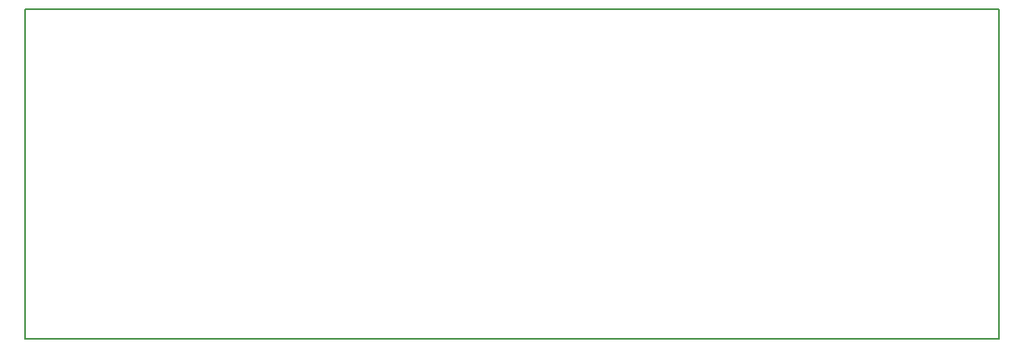
<source format=gm1>
G04 MADE WITH FRITZING*
G04 WWW.FRITZING.ORG*
G04 DOUBLE SIDED*
G04 HOLES PLATED*
G04 CONTOUR ON CENTER OF CONTOUR VECTOR*
%ASAXBY*%
%FSLAX23Y23*%
%MOIN*%
%OFA0B0*%
%SFA1.0B1.0*%
%ADD10R,3.893480X1.324780*%
%ADD11C,0.008000*%
%ADD10C,0.008*%
%LNCONTOUR*%
G90*
G70*
G54D10*
G54D11*
X4Y1321D02*
X3889Y1321D01*
X3889Y4D01*
X4Y4D01*
X4Y1321D01*
D02*
G04 End of contour*
M02*
</source>
